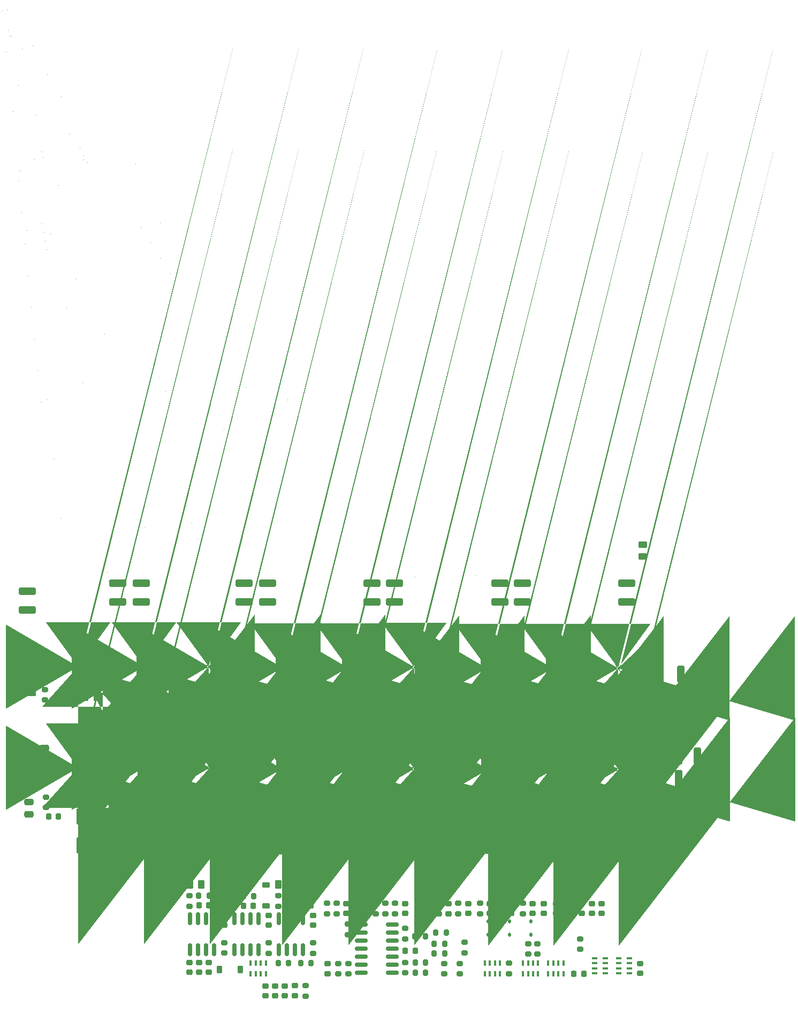
<source format=gbr>
%TF.GenerationSoftware,KiCad,Pcbnew,7.0.1-0*%
%TF.CreationDate,2023-10-26T13:37:29-04:00*%
%TF.ProjectId,MP2_DFN,4d50325f-4446-44e2-9e6b-696361645f70,rev?*%
%TF.SameCoordinates,Original*%
%TF.FileFunction,Paste,Top*%
%TF.FilePolarity,Positive*%
%FSLAX46Y46*%
G04 Gerber Fmt 4.6, Leading zero omitted, Abs format (unit mm)*
G04 Created by KiCad (PCBNEW 7.0.1-0) date 2023-10-26 13:37:29*
%MOMM*%
%LPD*%
G01*
G04 APERTURE LIST*
G04 Aperture macros list*
%AMRoundRect*
0 Rectangle with rounded corners*
0 $1 Rounding radius*
0 $2 $3 $4 $5 $6 $7 $8 $9 X,Y pos of 4 corners*
0 Add a 4 corners polygon primitive as box body*
4,1,4,$2,$3,$4,$5,$6,$7,$8,$9,$2,$3,0*
0 Add four circle primitives for the rounded corners*
1,1,$1+$1,$2,$3*
1,1,$1+$1,$4,$5*
1,1,$1+$1,$6,$7*
1,1,$1+$1,$8,$9*
0 Add four rect primitives between the rounded corners*
20,1,$1+$1,$2,$3,$4,$5,0*
20,1,$1+$1,$4,$5,$6,$7,0*
20,1,$1+$1,$6,$7,$8,$9,0*
20,1,$1+$1,$8,$9,$2,$3,0*%
%AMFreePoly0*
4,1,141,3.900040,3.725000,3.915082,3.720106,3.930902,3.720106,3.943732,3.710784,3.958812,3.705878,3.968104,3.693076,3.980902,3.683779,3.985802,3.668696,3.995118,3.655864,3.995111,3.640045,4.000000,3.625000,4.000000,2.375000,3.995106,2.359937,3.995106,2.344098,3.985796,2.331284,3.980902,2.316221,3.968088,2.306911,3.958779,2.294098,3.943715,2.289203,3.930902,2.279894,
3.915063,2.279894,3.900000,2.275000,2.850000,2.275000,2.850000,1.725000,3.900000,1.725000,3.915063,1.720106,3.930902,1.720106,3.943715,1.710796,3.958779,1.705902,3.968088,1.693088,3.980902,1.683779,3.985796,1.668715,3.995106,1.655902,3.995106,1.640063,4.000000,1.625000,4.000000,0.375000,3.995106,0.359937,3.995106,0.344098,3.985796,0.331284,3.980902,0.316221,
3.968088,0.306911,3.958779,0.294098,3.943715,0.289203,3.930902,0.279894,3.915063,0.279894,3.900000,0.275000,2.850000,0.275000,2.850000,-0.275000,3.900000,-0.275000,3.915063,-0.279894,3.930902,-0.279894,3.943715,-0.289203,3.958779,-0.294098,3.968088,-0.306911,3.980902,-0.316221,3.985796,-0.331284,3.995106,-0.344098,3.995106,-0.359937,4.000000,-0.375000,4.000000,-1.625000,
3.995106,-1.640063,3.995106,-1.655902,3.985796,-1.668715,3.980902,-1.683779,3.968088,-1.693088,3.958779,-1.705902,3.943715,-1.710796,3.930902,-1.720106,3.915063,-1.720106,3.900000,-1.725000,2.850000,-1.725000,2.850000,-2.275000,3.900000,-2.275000,3.915063,-2.279894,3.930902,-2.279894,3.943715,-2.289203,3.958779,-2.294098,3.968088,-2.306911,3.980902,-2.316221,3.985796,-2.331284,
3.995106,-2.344098,3.995106,-2.359937,4.000000,-2.375000,4.000000,-3.625000,3.995111,-3.640045,3.995118,-3.655864,3.985802,-3.668696,3.980902,-3.683779,3.968104,-3.693076,3.958812,-3.705878,3.943732,-3.710784,3.930902,-3.720106,3.915082,-3.720106,3.900040,-3.725000,2.660040,-3.725500,2.644957,-3.720606,2.629098,-3.720606,2.616300,-3.711308,2.601254,-3.706426,2.591927,-3.693600,
2.579098,-3.684279,2.574209,-3.669234,2.564906,-3.656440,2.564899,-3.640580,2.560000,-3.625500,2.560000,-3.600491,-2.750009,-3.600000,-2.765067,-3.595106,-2.780902,-3.595106,-2.793719,-3.585793,-2.808786,-3.580897,-2.818091,-3.568086,-2.830902,-3.558779,-2.835797,-3.543711,-2.845109,-3.530893,-2.845107,-3.515058,-2.850000,-3.500000,-2.850000,3.500000,-2.845107,3.515058,-2.845109,3.530893,
-2.835797,3.543711,-2.830902,3.558779,-2.818091,3.568086,-2.808786,3.580897,-2.793719,3.585793,-2.780902,3.595106,-2.765067,3.595106,-2.750009,3.600000,2.560000,3.600491,2.560000,3.625500,2.564899,3.640580,2.564906,3.656440,2.574209,3.669234,2.579098,3.684279,2.591927,3.693600,2.601254,3.706426,2.616300,3.711308,2.629098,3.720606,2.644957,3.720606,2.660040,3.725500,
3.900040,3.725000,3.900040,3.725000,$1*%
G04 Aperture macros list end*
%ADD10RoundRect,0.225000X-0.250000X0.225000X-0.250000X-0.225000X0.250000X-0.225000X0.250000X0.225000X0*%
%ADD11RoundRect,0.225000X-0.375000X0.225000X-0.375000X-0.225000X0.375000X-0.225000X0.375000X0.225000X0*%
%ADD12RoundRect,0.200000X0.275000X-0.200000X0.275000X0.200000X-0.275000X0.200000X-0.275000X-0.200000X0*%
%ADD13RoundRect,0.128750X1.546250X-1.158750X1.546250X1.158750X-1.546250X1.158750X-1.546250X-1.158750X0*%
%ADD14RoundRect,0.250000X-1.100000X0.325000X-1.100000X-0.325000X1.100000X-0.325000X1.100000X0.325000X0*%
%ADD15RoundRect,0.250000X-0.475000X0.250000X-0.475000X-0.250000X0.475000X-0.250000X0.475000X0.250000X0*%
%ADD16RoundRect,0.250000X-0.262500X-0.450000X0.262500X-0.450000X0.262500X0.450000X-0.262500X0.450000X0*%
%ADD17RoundRect,0.112500X0.112500X-0.187500X0.112500X0.187500X-0.112500X0.187500X-0.112500X-0.187500X0*%
%ADD18R,1.250000X1.280000*%
%ADD19FreePoly0,90.000000*%
%ADD20R,0.900000X0.400000*%
%ADD21RoundRect,0.225000X0.250000X-0.225000X0.250000X0.225000X-0.250000X0.225000X-0.250000X-0.225000X0*%
%ADD22RoundRect,0.200000X-0.275000X0.200000X-0.275000X-0.200000X0.275000X-0.200000X0.275000X0.200000X0*%
%ADD23RoundRect,0.200000X-0.200000X-0.275000X0.200000X-0.275000X0.200000X0.275000X-0.200000X0.275000X0*%
%ADD24RoundRect,0.250000X1.100000X-0.325000X1.100000X0.325000X-1.100000X0.325000X-1.100000X-0.325000X0*%
%ADD25RoundRect,0.250000X-0.450000X0.262500X-0.450000X-0.262500X0.450000X-0.262500X0.450000X0.262500X0*%
%ADD26RoundRect,0.225000X-0.225000X-0.250000X0.225000X-0.250000X0.225000X0.250000X-0.225000X0.250000X0*%
%ADD27RoundRect,0.200000X0.200000X0.275000X-0.200000X0.275000X-0.200000X-0.275000X0.200000X-0.275000X0*%
%ADD28R,0.400000X0.900000*%
%ADD29RoundRect,0.225000X0.225000X0.250000X-0.225000X0.250000X-0.225000X-0.250000X0.225000X-0.250000X0*%
%ADD30RoundRect,0.250000X0.325000X1.100000X-0.325000X1.100000X-0.325000X-1.100000X0.325000X-1.100000X0*%
%ADD31RoundRect,0.225000X0.225000X0.375000X-0.225000X0.375000X-0.225000X-0.375000X0.225000X-0.375000X0*%
%ADD32RoundRect,0.150000X0.825000X0.150000X-0.825000X0.150000X-0.825000X-0.150000X0.825000X-0.150000X0*%
%ADD33RoundRect,0.150000X0.150000X-0.825000X0.150000X0.825000X-0.150000X0.825000X-0.150000X-0.825000X0*%
%ADD34RoundRect,0.218750X-0.256250X0.218750X-0.256250X-0.218750X0.256250X-0.218750X0.256250X0.218750X0*%
%ADD35RoundRect,0.250000X0.450000X-0.262500X0.450000X0.262500X-0.450000X0.262500X-0.450000X-0.262500X0*%
G04 APERTURE END LIST*
D10*
%TO.C,C7*%
X101400000Y-101125000D03*
X101400000Y-102675000D03*
%TD*%
D11*
%TO.C,D2*%
X88700000Y-98150000D03*
X88700000Y-101450000D03*
%TD*%
D12*
%TO.C,R33*%
X129400000Y-102725000D03*
X129400000Y-101075000D03*
%TD*%
D10*
%TO.C,C27*%
X89125000Y-102950000D03*
X89125000Y-104500000D03*
%TD*%
D12*
%TO.C,RG11*%
X96621300Y-85531250D03*
X96621300Y-83881250D03*
%TD*%
D13*
%TO.C,SHA2*%
X80271500Y-91885800D03*
X80271500Y-87310800D03*
%TD*%
D14*
%TO.C,CD5*%
X118617000Y-71245400D03*
X118617000Y-74195400D03*
%TD*%
D12*
%TO.C,RG5*%
X64262000Y-85400550D03*
X64262000Y-83750550D03*
%TD*%
D15*
%TO.C,CS1*%
X53650000Y-76475000D03*
X53650000Y-78375000D03*
%TD*%
D16*
%TO.C,R7*%
X83612500Y-98050000D03*
X85437500Y-98050000D03*
%TD*%
D10*
%TO.C,C18*%
X134600000Y-101125000D03*
X134600000Y-102675000D03*
%TD*%
D17*
%TO.C,D4*%
X123850000Y-106050000D03*
X123850000Y-103950000D03*
%TD*%
D18*
%TO.C,QA5*%
X76699000Y-68473300D03*
D19*
X79699000Y-63593300D03*
D18*
X78699000Y-68473300D03*
X80699000Y-68473300D03*
X82699000Y-68473300D03*
%TD*%
D20*
%TO.C,RN4*%
X146219000Y-112128260D03*
X146219000Y-111328260D03*
X146219000Y-110528260D03*
X146219000Y-109728260D03*
X144519000Y-109728260D03*
X144519000Y-110528260D03*
X144519000Y-111328260D03*
X144519000Y-112128260D03*
%TD*%
D21*
%TO.C,CGS16*%
X122000000Y-88375000D03*
X122000000Y-86825000D03*
%TD*%
D22*
%TO.C,R36*%
X100150000Y-110575000D03*
X100150000Y-112225000D03*
%TD*%
D18*
%TO.C,QB3*%
X98637500Y-68627200D03*
D19*
X101637500Y-63747200D03*
D18*
X100637500Y-68627200D03*
X102637500Y-68627200D03*
X104637500Y-68627200D03*
%TD*%
D12*
%TO.C,RG13*%
X118293500Y-68605400D03*
X118293500Y-66955400D03*
%TD*%
D21*
%TO.C,C23*%
X127500000Y-102675000D03*
X127500000Y-101125000D03*
%TD*%
%TO.C,CGS17*%
X129032000Y-82423000D03*
X129032000Y-80873000D03*
%TD*%
D12*
%TO.C,RG2*%
X64205000Y-68633800D03*
X64205000Y-66983800D03*
%TD*%
D18*
%TO.C,QC1*%
X120726000Y-68747800D03*
D19*
X123726000Y-63867800D03*
D18*
X122726000Y-68747800D03*
X124726000Y-68747800D03*
X126726000Y-68747800D03*
%TD*%
D22*
%TO.C,R39*%
X119400000Y-110575000D03*
X119400000Y-112225000D03*
%TD*%
D23*
%TO.C,R20*%
X112325000Y-112050000D03*
X113975000Y-112050000D03*
%TD*%
%TO.C,R23*%
X112275000Y-106300000D03*
X113925000Y-106300000D03*
%TD*%
D24*
%TO.C,CX2*%
X65250000Y-53395200D03*
X65250000Y-50445200D03*
%TD*%
D22*
%TO.C,R37*%
X116900000Y-110575000D03*
X116900000Y-112225000D03*
%TD*%
D10*
%TO.C,CGS4*%
X85900000Y-63625000D03*
X85900000Y-65175000D03*
%TD*%
D25*
%TO.C,RS3*%
X118300000Y-79400000D03*
X118300000Y-81225000D03*
%TD*%
D12*
%TO.C,R17*%
X98400000Y-102725000D03*
X98400000Y-101075000D03*
%TD*%
D18*
%TO.C,QB1*%
X88359300Y-68635000D03*
D19*
X91359300Y-63755000D03*
D18*
X90359300Y-68635000D03*
X92359300Y-68635000D03*
X94359300Y-68635000D03*
%TD*%
D10*
%TO.C,C33*%
X120700000Y-101100000D03*
X120700000Y-102650000D03*
%TD*%
D12*
%TO.C,R35*%
X122600000Y-102725000D03*
X122600000Y-101075000D03*
%TD*%
D26*
%TO.C,CGS10*%
X54325000Y-87300000D03*
X55875000Y-87300000D03*
%TD*%
D21*
%TO.C,CGS12*%
X74600000Y-82100000D03*
X74600000Y-80550000D03*
%TD*%
D18*
%TO.C,QC4*%
X131202600Y-84736400D03*
D19*
X134202600Y-79856400D03*
D18*
X133202600Y-84736400D03*
X135202600Y-84736400D03*
X137202600Y-84736400D03*
%TD*%
D12*
%TO.C,R27*%
X99900000Y-102725000D03*
X99900000Y-101075000D03*
%TD*%
%TO.C,R32*%
X101710000Y-106025000D03*
X101710000Y-104375000D03*
%TD*%
D27*
%TO.C,R22*%
X117250000Y-105700000D03*
X115600000Y-105700000D03*
%TD*%
D23*
%TO.C,R43*%
X90655000Y-110555000D03*
X92305000Y-110555000D03*
%TD*%
D12*
%TO.C,RG8*%
X96526400Y-68619600D03*
X96526400Y-66969600D03*
%TD*%
D18*
%TO.C,QA3*%
X66377500Y-68473300D03*
D19*
X69377500Y-63593300D03*
D18*
X68377500Y-68473300D03*
X70377500Y-68473300D03*
X72377500Y-68473300D03*
%TD*%
D25*
%TO.C,R14*%
X148291600Y-44349000D03*
X148291600Y-46174000D03*
%TD*%
D28*
%TO.C,RN2*%
X125750000Y-110500000D03*
X124950000Y-110500000D03*
X124150000Y-110500000D03*
X123350000Y-110500000D03*
X123350000Y-112200000D03*
X124150000Y-112200000D03*
X124950000Y-112200000D03*
X125750000Y-112200000D03*
%TD*%
D21*
%TO.C,CGS18*%
X139319000Y-82375000D03*
X139319000Y-80825000D03*
%TD*%
%TO.C,C6*%
X147869000Y-112153260D03*
X147869000Y-110603260D03*
%TD*%
D10*
%TO.C,CGS5*%
X96500000Y-64025000D03*
X96500000Y-65575000D03*
%TD*%
D12*
%TO.C,RG1*%
X53778200Y-68873600D03*
X53778200Y-67223600D03*
%TD*%
D22*
%TO.C,R29*%
X101800000Y-110575000D03*
X101800000Y-112225000D03*
%TD*%
D12*
%TO.C,RG12*%
X106934000Y-85468250D03*
X106934000Y-83818250D03*
%TD*%
D10*
%TO.C,C19*%
X132650000Y-101125000D03*
X132650000Y-102675000D03*
%TD*%
D12*
%TO.C,R34*%
X126000000Y-102725000D03*
X126000000Y-101075000D03*
%TD*%
D13*
%TO.C,SHB1*%
X92322300Y-92047500D03*
X92322300Y-87472500D03*
%TD*%
D10*
%TO.C,CGS7*%
X118300000Y-63950000D03*
X118300000Y-65500000D03*
%TD*%
D13*
%TO.C,SHA1*%
X60459500Y-87310800D03*
X60459500Y-91885800D03*
%TD*%
D15*
%TO.C,CS3*%
X118325000Y-75925000D03*
X118325000Y-77825000D03*
%TD*%
D12*
%TO.C,R48*%
X82125000Y-108950000D03*
X82125000Y-107300000D03*
%TD*%
D21*
%TO.C,C10*%
X88630000Y-115695000D03*
X88630000Y-114145000D03*
%TD*%
D25*
%TO.C,RS2*%
X85670000Y-78877500D03*
X85670000Y-80702500D03*
%TD*%
D28*
%TO.C,RN3*%
X135769000Y-110478260D03*
X134969000Y-110478260D03*
X134169000Y-110478260D03*
X133369000Y-110478260D03*
X133369000Y-112178260D03*
X134169000Y-112178260D03*
X134969000Y-112178260D03*
X135769000Y-112178260D03*
%TD*%
D12*
%TO.C,R50*%
X89125000Y-108975000D03*
X89125000Y-107325000D03*
%TD*%
D18*
%TO.C,QB4*%
X98724400Y-84696500D03*
D19*
X101724400Y-79816500D03*
D18*
X100724400Y-84696500D03*
X102724400Y-84696500D03*
X104724400Y-84696500D03*
%TD*%
D13*
%TO.C,SHB3*%
X112642300Y-92047500D03*
X112642300Y-87472500D03*
%TD*%
D10*
%TO.C,CGS3*%
X74500000Y-64025000D03*
X74500000Y-65575000D03*
%TD*%
D12*
%TO.C,R16*%
X102900000Y-102725000D03*
X102900000Y-101075000D03*
%TD*%
%TO.C,R25*%
X107625000Y-102725000D03*
X107625000Y-101075000D03*
%TD*%
D17*
%TO.C,D5*%
X127250000Y-106050000D03*
X127250000Y-103950000D03*
%TD*%
D24*
%TO.C,CX3*%
X69000000Y-53395200D03*
X69000000Y-50445200D03*
%TD*%
D12*
%TO.C,R24*%
X104550000Y-102725000D03*
X104550000Y-101075000D03*
%TD*%
D16*
%TO.C,R5*%
X76687500Y-98100000D03*
X78512500Y-98100000D03*
%TD*%
D12*
%TO.C,R28*%
X131669000Y-109115760D03*
X131669000Y-107465760D03*
%TD*%
D20*
%TO.C,RN1*%
X140669000Y-109728260D03*
X140669000Y-110528260D03*
X140669000Y-111328260D03*
X140669000Y-112128260D03*
X142369000Y-112128260D03*
X142369000Y-111328260D03*
X142369000Y-110528260D03*
X142369000Y-109728260D03*
%TD*%
D12*
%TO.C,R31*%
X110750000Y-106675000D03*
X110750000Y-105025000D03*
%TD*%
D21*
%TO.C,C15*%
X140250000Y-102675000D03*
X140250000Y-101125000D03*
%TD*%
D13*
%TO.C,SHA3*%
X70365500Y-91885800D03*
X70365500Y-87310800D03*
%TD*%
%TO.C,SHC3*%
X144980000Y-92007900D03*
X144980000Y-87432900D03*
%TD*%
D12*
%TO.C,RG16*%
X118410000Y-84620000D03*
X118410000Y-82970000D03*
%TD*%
D23*
%TO.C,R19*%
X112325000Y-110450000D03*
X113975000Y-110450000D03*
%TD*%
D12*
%TO.C,R6*%
X119100000Y-102725000D03*
X119100000Y-101075000D03*
%TD*%
D21*
%TO.C,C14*%
X138700000Y-102675000D03*
X138700000Y-101125000D03*
%TD*%
D26*
%TO.C,C20*%
X110775000Y-108550000D03*
X112325000Y-108550000D03*
%TD*%
D12*
%TO.C,R52*%
X96150000Y-108975000D03*
X96150000Y-107325000D03*
%TD*%
D15*
%TO.C,CS2*%
X85675000Y-75375000D03*
X85675000Y-77275000D03*
%TD*%
D10*
%TO.C,CGS8*%
X128900000Y-64150000D03*
X128900000Y-65700000D03*
%TD*%
D29*
%TO.C,C17*%
X138975000Y-112200000D03*
X137425000Y-112200000D03*
%TD*%
D10*
%TO.C,C26*%
X82119000Y-102950000D03*
X82119000Y-104500000D03*
%TD*%
%TO.C,C29*%
X117600000Y-101150000D03*
X117600000Y-102700000D03*
%TD*%
D13*
%TO.C,SHB2*%
X102450000Y-92047500D03*
X102450000Y-87472500D03*
%TD*%
D21*
%TO.C,C24*%
X124100000Y-102675000D03*
X124100000Y-101125000D03*
%TD*%
D12*
%TO.C,R15*%
X145650000Y-102825000D03*
X145650000Y-101175000D03*
%TD*%
D24*
%TO.C,CX5*%
X89000000Y-53395200D03*
X89000000Y-50445200D03*
%TD*%
D22*
%TO.C,R30*%
X110750000Y-110425000D03*
X110750000Y-112075000D03*
%TD*%
D10*
%TO.C,CGS15*%
X106900000Y-80650000D03*
X106900000Y-82200000D03*
%TD*%
D21*
%TO.C,C25*%
X98500000Y-112175000D03*
X98500000Y-110625000D03*
%TD*%
D24*
%TO.C,CX8*%
X125750000Y-53395200D03*
X125750000Y-50445200D03*
%TD*%
D22*
%TO.C,R9*%
X130169000Y-107465760D03*
X130169000Y-109115760D03*
%TD*%
D26*
%TO.C,C3*%
X92200000Y-101450000D03*
X93750000Y-101450000D03*
%TD*%
D11*
%TO.C,D1*%
X81600000Y-98150000D03*
X81600000Y-101450000D03*
%TD*%
D10*
%TO.C,CGS14*%
X96600000Y-80900000D03*
X96600000Y-82450000D03*
%TD*%
D23*
%TO.C,R45*%
X85125000Y-99900000D03*
X86775000Y-99900000D03*
%TD*%
D18*
%TO.C,QC3*%
X131114600Y-68747800D03*
D19*
X134114600Y-63867800D03*
D18*
X133114600Y-68747800D03*
X135114600Y-68747800D03*
X137114600Y-68747800D03*
%TD*%
D12*
%TO.C,R38*%
X147150000Y-102825000D03*
X147150000Y-101175000D03*
%TD*%
D21*
%TO.C,CGS11*%
X64262000Y-82300000D03*
X64262000Y-80750000D03*
%TD*%
D23*
%TO.C,R21*%
X115325000Y-107500000D03*
X116975000Y-107500000D03*
%TD*%
D24*
%TO.C,CX20*%
X145750000Y-53395200D03*
X145750000Y-50445200D03*
%TD*%
D17*
%TO.C,D6*%
X130650000Y-106050000D03*
X130650000Y-103950000D03*
%TD*%
D21*
%TO.C,C8*%
X90155000Y-115695000D03*
X90155000Y-114145000D03*
%TD*%
D12*
%TO.C,RG18*%
X139319000Y-85555650D03*
X139319000Y-83905650D03*
%TD*%
D10*
%TO.C,CGS6*%
X106900000Y-63950000D03*
X106900000Y-65500000D03*
%TD*%
D12*
%TO.C,RG4*%
X53956000Y-85878400D03*
X53956000Y-84228400D03*
%TD*%
%TO.C,RG3*%
X74506500Y-68630450D03*
X74506500Y-66980450D03*
%TD*%
D10*
%TO.C,C30*%
X114400000Y-101150000D03*
X114400000Y-102700000D03*
%TD*%
D26*
%TO.C,C1*%
X78125000Y-101400000D03*
X79675000Y-101400000D03*
%TD*%
D21*
%TO.C,C12*%
X79700000Y-111950000D03*
X79700000Y-110400000D03*
%TD*%
D12*
%TO.C,RG17*%
X129031000Y-85618650D03*
X129031000Y-83968650D03*
%TD*%
D22*
%TO.C,R49*%
X83675000Y-99825000D03*
X83675000Y-101475000D03*
%TD*%
D26*
%TO.C,C2*%
X85175000Y-101425000D03*
X86725000Y-101425000D03*
%TD*%
D12*
%TO.C,RG6*%
X74506500Y-85337550D03*
X74506500Y-83687550D03*
%TD*%
%TO.C,RG9*%
X106940400Y-68594200D03*
X106940400Y-66944200D03*
%TD*%
%TO.C,R26*%
X109150000Y-102700000D03*
X109150000Y-101050000D03*
%TD*%
D23*
%TO.C,R42*%
X94225000Y-110545000D03*
X95875000Y-110545000D03*
%TD*%
D12*
%TO.C,R67*%
X95000000Y-115725000D03*
X95000000Y-114075000D03*
%TD*%
D10*
%TO.C,CGS2*%
X64200000Y-64050000D03*
X64200000Y-65600000D03*
%TD*%
D21*
%TO.C,C22*%
X130900000Y-102675000D03*
X130900000Y-101125000D03*
%TD*%
D12*
%TO.C,TH1*%
X96650000Y-78750000D03*
X96650000Y-77100000D03*
%TD*%
D15*
%TO.C,C5*%
X51200000Y-85050000D03*
X51200000Y-86950000D03*
%TD*%
D11*
%TO.C,D3*%
X95650000Y-98175000D03*
X95650000Y-101475000D03*
%TD*%
D18*
%TO.C,QC5*%
X141427000Y-68747800D03*
D19*
X144427000Y-63867800D03*
D18*
X143427000Y-68747800D03*
X145427000Y-68747800D03*
X147427000Y-68747800D03*
%TD*%
D30*
%TO.C,CD1*%
X157269000Y-68162000D03*
X154319000Y-68162000D03*
%TD*%
D12*
%TO.C,R11*%
X112850000Y-102675000D03*
X112850000Y-101025000D03*
%TD*%
D18*
%TO.C,QA2*%
X56003500Y-84475300D03*
D19*
X59003500Y-79595300D03*
D18*
X58003500Y-84475300D03*
X60003500Y-84475300D03*
X62003500Y-84475300D03*
%TD*%
D23*
%TO.C,R44*%
X78075000Y-99850000D03*
X79725000Y-99850000D03*
%TD*%
D21*
%TO.C,C13*%
X78175000Y-111950000D03*
X78175000Y-110400000D03*
%TD*%
D12*
%TO.C,RG15*%
X139191000Y-68848550D03*
X139191000Y-67198550D03*
%TD*%
D23*
%TO.C,R18*%
X115325000Y-109000000D03*
X116975000Y-109000000D03*
%TD*%
D22*
%TO.C,R41*%
X106100000Y-101075000D03*
X106100000Y-102725000D03*
%TD*%
D10*
%TO.C,C28*%
X96150000Y-102950000D03*
X96150000Y-104500000D03*
%TD*%
D21*
%TO.C,C11*%
X76650000Y-111950000D03*
X76650000Y-110400000D03*
%TD*%
%TO.C,C16*%
X141800000Y-102675000D03*
X141800000Y-101125000D03*
%TD*%
D25*
%TO.C,RS1*%
X53638500Y-79946200D03*
X53638500Y-81771200D03*
%TD*%
D22*
%TO.C,RG10*%
X85900000Y-82975000D03*
X85900000Y-84625000D03*
%TD*%
D12*
%TO.C,RG7*%
X85858400Y-68187800D03*
X85858400Y-66537800D03*
%TD*%
D18*
%TO.C,QA4*%
X66377500Y-84475300D03*
D19*
X69377500Y-79595300D03*
D18*
X68377500Y-84475300D03*
X70377500Y-84475300D03*
X72377500Y-84475300D03*
%TD*%
D22*
%TO.C,R47*%
X76650000Y-99850000D03*
X76650000Y-101500000D03*
%TD*%
D10*
%TO.C,CGS9*%
X139200000Y-64200000D03*
X139200000Y-65750000D03*
%TD*%
D28*
%TO.C,RN7*%
X86300000Y-112200000D03*
X87100000Y-112200000D03*
X87900000Y-112200000D03*
X88700000Y-112200000D03*
X88700000Y-110500000D03*
X87900000Y-110500000D03*
X87100000Y-110500000D03*
X86300000Y-110500000D03*
%TD*%
D24*
%TO.C,CX6*%
X105500000Y-53395200D03*
X105500000Y-50445200D03*
%TD*%
D30*
%TO.C,CD4*%
X156951000Y-81340000D03*
X154001000Y-81340000D03*
%TD*%
D18*
%TO.C,QB5*%
X109175600Y-68611400D03*
D19*
X112175600Y-63731400D03*
D18*
X111175600Y-68611400D03*
X113175600Y-68611400D03*
X115175600Y-68611400D03*
%TD*%
D24*
%TO.C,CX4*%
X85250000Y-53395200D03*
X85250000Y-50445200D03*
%TD*%
D13*
%TO.C,SHC2*%
X134844000Y-92007900D03*
X134844000Y-87432900D03*
%TD*%
D23*
%TO.C,R46*%
X92150000Y-99925000D03*
X93800000Y-99925000D03*
%TD*%
D31*
%TO.C,D11*%
X84675000Y-111575000D03*
X81375000Y-111575000D03*
%TD*%
D22*
%TO.C,R12*%
X138419000Y-106703260D03*
X138419000Y-108353260D03*
%TD*%
D32*
%TO.C,U4*%
X108725000Y-112070000D03*
X108725000Y-110800000D03*
X108725000Y-109530000D03*
X108725000Y-108260000D03*
X108725000Y-106990000D03*
X108725000Y-105720000D03*
X108725000Y-104450000D03*
X103775000Y-104450000D03*
X103775000Y-105720000D03*
X103775000Y-106990000D03*
X103775000Y-108260000D03*
X103775000Y-109530000D03*
X103775000Y-110800000D03*
X103775000Y-112070000D03*
%TD*%
D33*
%TO.C,U1*%
X76714000Y-108400000D03*
X77984000Y-108400000D03*
X79254000Y-108400000D03*
X80524000Y-108400000D03*
X80524000Y-103450000D03*
X79254000Y-103450000D03*
X77984000Y-103450000D03*
X76714000Y-103450000D03*
%TD*%
D30*
%TO.C,CD3*%
X156951000Y-77784000D03*
X154001000Y-77784000D03*
%TD*%
D18*
%TO.C,QB6*%
X109133700Y-84637000D03*
D19*
X112133700Y-79757000D03*
D18*
X111133700Y-84637000D03*
X113133700Y-84637000D03*
X115133700Y-84637000D03*
%TD*%
D33*
%TO.C,U2*%
X83720000Y-108400000D03*
X84990000Y-108400000D03*
X86260000Y-108400000D03*
X87530000Y-108400000D03*
X87530000Y-103450000D03*
X86260000Y-103450000D03*
X84990000Y-103450000D03*
X83720000Y-103450000D03*
%TD*%
D34*
%TO.C,D9*%
X93300000Y-114100000D03*
X93300000Y-115675000D03*
%TD*%
D18*
%TO.C,QA6*%
X76831500Y-84475300D03*
D19*
X79831500Y-79595300D03*
D18*
X78831500Y-84475300D03*
X80831500Y-84475300D03*
X82831500Y-84475300D03*
%TD*%
D21*
%TO.C,C9*%
X91680000Y-115695000D03*
X91680000Y-114145000D03*
%TD*%
D12*
%TO.C,RG14*%
X128889500Y-68851900D03*
X128889500Y-67201900D03*
%TD*%
D18*
%TO.C,QA1*%
X56025000Y-68470000D03*
D19*
X59025000Y-63590000D03*
D18*
X58025000Y-68470000D03*
X60025000Y-68470000D03*
X62025000Y-68470000D03*
%TD*%
%TO.C,QB2*%
X88296800Y-84637000D03*
D19*
X91296800Y-79757000D03*
D18*
X90296800Y-84637000D03*
X92296800Y-84637000D03*
X94296800Y-84637000D03*
%TD*%
D28*
%TO.C,RN5*%
X129369000Y-112190760D03*
X130169000Y-112190760D03*
X130969000Y-112190760D03*
X131769000Y-112190760D03*
X131769000Y-110490760D03*
X130969000Y-110490760D03*
X130169000Y-110490760D03*
X129369000Y-110490760D03*
%TD*%
D18*
%TO.C,QC2*%
X120825800Y-84736400D03*
D19*
X123825800Y-79856400D03*
D18*
X122825800Y-84736400D03*
X124825800Y-84736400D03*
X126825800Y-84736400D03*
%TD*%
D24*
%TO.C,CX1*%
X51000000Y-54600000D03*
X51000000Y-51650000D03*
%TD*%
D22*
%TO.C,R51*%
X90700000Y-99875000D03*
X90700000Y-101525000D03*
%TD*%
D10*
%TO.C,C32*%
X110700000Y-101125000D03*
X110700000Y-102675000D03*
%TD*%
D21*
%TO.C,CGS1*%
X53594000Y-65304000D03*
X53594000Y-63754000D03*
%TD*%
D10*
%TO.C,C21*%
X137150000Y-101125000D03*
X137150000Y-102675000D03*
%TD*%
D25*
%TO.C,R1*%
X51600000Y-65975000D03*
X51600000Y-67800000D03*
%TD*%
D13*
%TO.C,SHC1*%
X125022000Y-92007900D03*
X125022000Y-87432900D03*
%TD*%
D24*
%TO.C,CX9*%
X129250000Y-53395200D03*
X129250000Y-50445200D03*
%TD*%
D14*
%TO.C,CD2*%
X85655200Y-70766400D03*
X85655200Y-73716400D03*
%TD*%
D18*
%TO.C,QC6*%
X141508000Y-84736400D03*
D19*
X144508000Y-79856400D03*
D18*
X143508000Y-84736400D03*
X145508000Y-84736400D03*
X147508000Y-84736400D03*
%TD*%
D24*
%TO.C,CX7*%
X109000000Y-53395200D03*
X109000000Y-50445200D03*
%TD*%
D33*
%TO.C,U3*%
X90745000Y-108425000D03*
X92015000Y-108425000D03*
X93285000Y-108425000D03*
X94555000Y-108425000D03*
X94555000Y-103475000D03*
X93285000Y-103475000D03*
X92015000Y-103475000D03*
X90745000Y-103475000D03*
%TD*%
D21*
%TO.C,CGS13*%
X89600000Y-88200000D03*
X89600000Y-86650000D03*
%TD*%
D30*
%TO.C,CD6*%
X157275000Y-64782000D03*
X154325000Y-64782000D03*
%TD*%
D22*
%TO.C,R13*%
X127200000Y-110525000D03*
X127200000Y-112175000D03*
%TD*%
D16*
%TO.C,R10*%
X90700000Y-98075000D03*
X92525000Y-98075000D03*
%TD*%
D12*
%TO.C,R3*%
X120150000Y-108900000D03*
X120150000Y-107250000D03*
%TD*%
D35*
%TO.C,R2*%
X51628200Y-64087500D03*
X51628200Y-62262500D03*
%TD*%
D12*
%TO.C,R8*%
X116100000Y-102725000D03*
X116100000Y-101075000D03*
%TD*%
M02*

</source>
